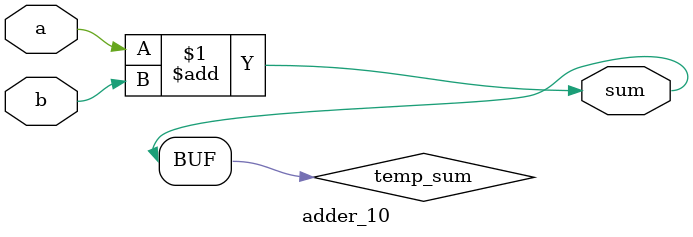
<source format=sv>
module adder_10 (input a, b, output sum);
  wire temp_sum;
  assign temp_sum = a + b;
  assign sum = temp_sum;
endmodule
</source>
